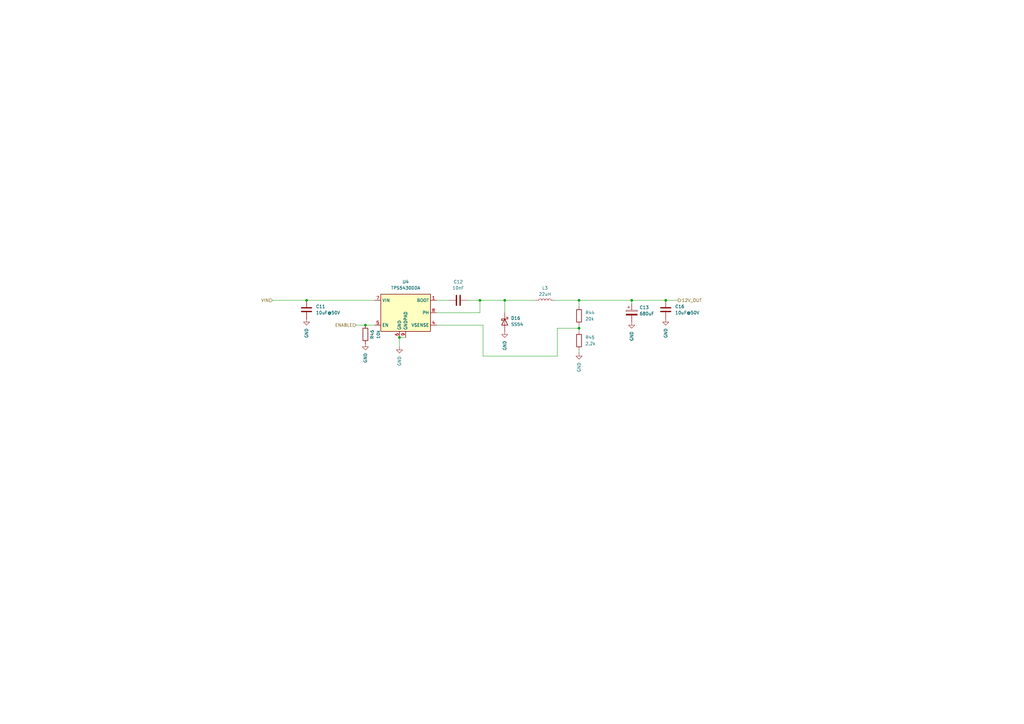
<source format=kicad_sch>
(kicad_sch (version 20250114) (generator "eeschema") (generator_version "9.0")
  (paper "A3")
  (title_block (title "OpenMower SABO Mainboard for Series I & II") (date "2025-02-26") (rev "v0.1") (company "Apeheanger <joerg@ebeling.ws> for OpenMower") (comment 1 "This design is licensed under CC BY-NC 4.0"))
  (lib_symbols
    (symbol "Device:C" (pin_numbers (hide yes)) (pin_names (offset 0.254))
      (property "Reference" "C" (at 0.635 2.54 0))
      (property "Value" "C" (at 0.635 -2.54 0))
      (symbol "C_0_1"
        (polyline (pts (xy -2.032 0.762) (xy 2.032 0.762)) (stroke (width 0.508)))
        (polyline (pts (xy -2.032 -0.762) (xy 2.032 -0.762)) (stroke (width 0.508)))
      )
      (symbol "C_1_1"
        (pin passive line (at 0 3.81 270) (length 2.794) (name "~") (number "1"))
        (pin passive line (at 0 -3.81 90) (length 2.794) (name "~") (number "2"))
      )
    )
    (symbol "Device:C_Polarized" (pin_numbers (hide yes)) (pin_names (offset 0.254))
      (property "Reference" "C" (at 0.635 2.54 0))
      (property "Value" "C_Polarized" (at 0.635 -2.54 0))
      (symbol "C_Polarized_0_1"
        (rectangle (start -2.286 0.508) (end 2.286 1.016))
        (polyline (pts (xy -1.778 2.286) (xy -0.762 2.286)))
        (polyline (pts (xy -1.27 2.794) (xy -1.27 1.778)))
        (rectangle (start 2.286 -0.508) (end -2.286 -1.016) (fill (type outline)))
      )
      (symbol "C_Polarized_1_1"
        (pin passive line (at 0 3.81 270) (length 2.794) (name "~") (number "1"))
        (pin passive line (at 0 -3.81 90) (length 2.794) (name "~") (number "2"))
      )
    )
    (symbol "Device:D_Schottky" (pin_numbers (hide yes)) (pin_names (offset 1.016) (hide yes))
      (property "Reference" "D" (at 0 2.54 0))
      (property "Value" "D_Schottky" (at 0 -2.54 0))
      (symbol "D_Schottky_0_1"
        (polyline (pts (xy -1.905 0.635) (xy -1.905 1.27) (xy -1.27 1.27) (xy -1.27 -1.27) (xy -0.635 -1.27) (xy -0.635 -0.635)) (stroke (width 0.254)))
        (polyline (pts (xy 1.27 1.27) (xy 1.27 -1.27) (xy -1.27 0) (xy 1.27 1.27)) (stroke (width 0.254)))
        (polyline (pts (xy 1.27 0) (xy -1.27 0)))
      )
      (symbol "D_Schottky_1_1"
        (pin passive line (at -3.81 0 0) (length 2.54) (name "K") (number "1"))
        (pin passive line (at 3.81 0 180) (length 2.54) (name "A") (number "2"))
      )
    )
    (symbol "Device:L" (pin_numbers (hide yes)) (pin_names (offset 1.016) (hide yes))
      (property "Reference" "L" (at -1.27 0 90))
      (property "Value" "L" (at 1.905 0 90))
      (symbol "L_0_1"
        (arc (start 0 2.54) (mid 0.6323 1.905) (end 0 1.27))
        (arc (start 0 1.27) (mid 0.6323 0.635) (end 0 0))
        (arc (start 0 0) (mid 0.6323 -0.635) (end 0 -1.27))
        (arc (start 0 -1.27) (mid 0.6323 -1.905) (end 0 -2.54))
      )
      (symbol "L_1_1"
        (pin passive line (at 0 3.81 270) (length 1.27) (name "1") (number "1"))
        (pin passive line (at 0 -3.81 90) (length 1.27) (name "2") (number "2"))
      )
    )
    (symbol "Device:R" (pin_numbers (hide yes)) (pin_names (offset 0))
      (property "Reference" "R" (at 2.032 0 90))
      (property "Value" "R" (at 0 0 90))
      (symbol "R_0_1"
        (rectangle (start -1.016 -2.54) (end 1.016 2.54) (stroke (width 0.254)))
      )
      (symbol "R_1_1"
        (pin passive line (at 0 3.81 270) (length 1.27) (name "~") (number "1"))
        (pin passive line (at 0 -3.81 90) (length 1.27) (name "~") (number "2"))
      )
    )
    (symbol "Regulator_Switching:TPS5430DDA"
      (property "Reference" "U" (at -10.16 8.89 0))
      (property "Value" "TPS5430DDA" (at -1.27 8.89 0))
      (symbol "TPS5430DDA_0_1"
        (rectangle (start -10.16 7.62) (end 10.16 -7.62) (stroke (width 0.254)) (fill (type background)))
      )
      (symbol "TPS5430DDA_1_1"
        (pin power_in line (at -12.7 5.08 0) (length 2.54) (name "VIN") (number "7"))
        (pin input line (at -12.7 -5.08 0) (length 2.54) (name "EN") (number "5"))
        (pin no_connect line (at -10.16 2.54 0) (length 2.54) (hide yes) (name "NC") (number "2"))
        (pin no_connect line (at -10.16 -2.54 0) (length 2.54) (hide yes) (name "NC") (number "3"))
        (pin power_in line (at -2.54 -10.16 90) (length 2.54) (name "GND") (number "6"))
        (pin power_in line (at 0 -10.16 90) (length 2.54) (name "GNDPAD") (number "9"))
        (pin input line (at 12.7 5.08 180) (length 2.54) (name "BOOT") (number "1"))
        (pin output line (at 12.7 0 180) (length 2.54) (name "PH") (number "8"))
        (pin input line (at 12.7 -5.08 180) (length 2.54) (name "VSENSE") (number "4"))
      )
    )
    (symbol "power:GND" (power) (pin_numbers (hide yes)) (pin_names (offset 0) (hide yes))
      (property "Value" "GND" (at 0 -3.81 0))
      (symbol "GND_0_1"
        (polyline (pts (xy 0 0) (xy 0 -1.27) (xy 1.27 -1.27) (xy 0 -2.54) (xy -1.27 -1.27) (xy 0 -1.27)))
      )
      (symbol "GND_1_1"
        (pin power_in line (at 0 0 270) (length 0) (name "~") (number "1"))
      )
    )
  )
  (junction (at 149.86 133.35))
  (junction (at 237.49 123.19))
  (junction (at 163.83 138.43))
  (junction (at 237.49 134.62))
  (junction (at 196.85 123.19))
  (junction (at 125.73 123.19))
  (junction (at 259.08 123.19))
  (junction (at 273.05 123.19))
  (junction (at 207.01 123.19))
  (wire (pts (xy 196.85 123.19) (xy 191.77 123.19)))
  (wire (pts (xy 207.01 128.27) (xy 207.01 123.19)))
  (wire (pts (xy 237.49 133.35) (xy 237.49 134.62)))
  (wire (pts (xy 259.08 124.46) (xy 259.08 123.19)))
  (wire (pts (xy 125.73 123.19) (xy 153.67 123.19)))
  (wire (pts (xy 163.83 142.24) (xy 163.83 138.43)))
  (wire (pts (xy 149.86 133.35) (xy 153.67 133.35)))
  (wire (pts (xy 207.01 123.19) (xy 219.71 123.19)))
  (wire (pts (xy 228.6 146.05) (xy 228.6 134.62)))
  (wire (pts (xy 273.05 123.19) (xy 278.13 123.19)))
  (wire (pts (xy 237.49 143.51) (xy 237.49 144.78)))
  (wire (pts (xy 259.08 123.19) (xy 273.05 123.19)))
  (wire (pts (xy 179.07 123.19) (xy 184.15 123.19)))
  (wire (pts (xy 237.49 123.19) (xy 237.49 125.73)))
  (wire (pts (xy 111.76 123.19) (xy 125.73 123.19)))
  (wire (pts (xy 237.49 134.62) (xy 237.49 135.89)))
  (wire (pts (xy 196.85 128.27) (xy 196.85 123.19)))
  (wire (pts (xy 227.33 123.19) (xy 237.49 123.19)))
  (wire (pts (xy 228.6 134.62) (xy 237.49 134.62)))
  (wire (pts (xy 198.12 133.35) (xy 198.12 146.05)))
  (wire (pts (xy 259.08 123.19) (xy 237.49 123.19)))
  (wire (pts (xy 146.05 133.35) (xy 149.86 133.35)))
  (wire (pts (xy 163.83 138.43) (xy 166.37 138.43)))
  (wire (pts (xy 207.01 123.19) (xy 196.85 123.19)))
  (wire (pts (xy 198.12 146.05) (xy 228.6 146.05)))
  (wire (pts (xy 179.07 128.27) (xy 196.85 128.27)))
  (wire (pts (xy 179.07 133.35) (xy 198.12 133.35)))
  (hierarchical_label "ENABLE" (shape input) (at 146.05 133.35 180))
  (hierarchical_label "VIN" (shape input) (at 111.76 123.19 180))
  (hierarchical_label "12V_OUT" (shape output) (at 278.13 123.19 0))
  (symbol (lib_id "Device:L") (at 223.52 123.19 90) (unit 1)
    (property "Reference" "L3" (at 223.52 118.11 90))
    (property "Value" "22uH" (at 223.52 120.65 90))
    (property "Footprint" "Inductor_SMD:L_Sunlord_MWSA1004S" (effects (hide yes)))
    (property "Description" "Inductor" (effects (hide yes)))
    (property "JLC" "C408489" (effects (hide yes)))
  )
  (symbol (lib_id "power:GND") (at 125.73 130.81 0) (mirror y) (unit 1)
    (property "Reference" "#PWR026" (effects (hide yes)))
    (property "Value" "GND" (at 125.7301 134.62 90) (effects (justify right)))
    (property "Description" "Power symbol creates a global label with name \"GND\" , ground" (effects (hide yes)))
  )
  (symbol (lib_id "Device:R") (at 149.86 137.16 0) (mirror y) (unit 1)
    (property "Reference" "R46" (at 152.654 137.16 90))
    (property "Value" "10k" (at 155.194 137.16 90))
    (property "Footprint" "Resistor_SMD:R_0402_1005Metric" (effects (hide yes)))
    (property "Description" "62.5mW Thick Film Resistors 50V ±100ppm/℃ ±1% 10kΩ 0402 Chip Resistor" (effects (hide yes)))
    (property "JLC" "C25744" (effects (hide yes)))
  )
  (symbol (lib_id "Device:R") (at 237.49 129.54 0) (unit 1)
    (property "Reference" "R44" (at 240.03 128.2699 0) (effects (justify left)))
    (property "Value" "20k" (at 240.03 130.8099 0) (effects (justify left)))
    (property "Footprint" "Resistor_SMD:R_0805_2012Metric" (effects (hide yes)))
    (property "Description" "Resistor" (effects (hide yes)))
    (property "JLC" "C4328" (effects (hide yes)))
  )
  (symbol (lib_id "power:GND") (at 273.05 130.81 0) (mirror y) (unit 1)
    (property "Reference" "#PWR0126" (effects (hide yes)))
    (property "Value" "GND" (at 273.0501 134.62 90) (effects (justify right)))
    (property "Description" "Power symbol creates a global label with name \"GND\" , ground" (effects (hide yes)))
  )
  (symbol (lib_id "power:GND") (at 207.01 135.89 0) (mirror y) (unit 1)
    (property "Reference" "#PWR027" (effects (hide yes)))
    (property "Value" "GND" (at 207.0101 139.7 90) (effects (justify right)))
    (property "Description" "Power symbol creates a global label with name \"GND\" , ground" (effects (hide yes)))
  )
  (symbol (lib_id "Regulator_Switching:TPS5430DDA") (at 166.37 128.27 0) (unit 1)
    (property "Reference" "U4" (at 166.37 115.57 0))
    (property "Value" "TPS5430DDA" (at 166.37 118.11 0))
    (property "Footprint" "Package_SO:TI_SO-PowerPAD-8_ThermalVias" (effects (hide yes)))
    (property "Datasheet" "http://www.ti.com/lit/ds/symlink/tps5430.pdf" (effects (hide yes)))
    (property "Description" "3A, Step Down Swift Converter, Adjustable Output Voltage, 5.5-36V Input Voltage, PowerSO-8" (effects (hide yes)))
    (property "JLC" "C9864" (effects (hide yes)))
  )
  (symbol (lib_id "Device:R") (at 237.49 139.7 0) (unit 1)
    (property "Reference" "R45" (at 240.03 138.4299 0) (effects (justify left)))
    (property "Value" "2.2k" (at 240.03 140.9699 0) (effects (justify left)))
    (property "Footprint" "Resistor_SMD:R_0805_2012Metric" (effects (hide yes)))
    (property "Description" "Resistor" (effects (hide yes)))
    (property "JLC" "C17520" (effects (hide yes)))
  )
  (symbol (lib_id "power:GND") (at 149.86 140.97 0) (mirror y) (unit 1)
    (property "Reference" "#PWR030" (effects (hide yes)))
    (property "Value" "GND" (at 149.8601 144.78 90) (effects (justify right)))
    (property "Description" "Power symbol creates a global label with name \"GND\" , ground" (effects (hide yes)))
  )
  (symbol (lib_id "power:GND") (at 163.83 142.24 0) (mirror y) (unit 1)
    (property "Reference" "#PWR025" (effects (hide yes)))
    (property "Value" "GND" (at 163.8301 146.05 90) (effects (justify right)))
    (property "Description" "Power symbol creates a global label with name \"GND\" , ground" (effects (hide yes)))
  )
  (symbol (lib_id "power:GND") (at 237.49 144.78 0) (mirror y) (unit 1)
    (property "Reference" "#PWR028" (effects (hide yes)))
    (property "Value" "GND" (at 237.4901 148.59 90) (effects (justify right)))
    (property "Description" "Power symbol creates a global label with name \"GND\" , ground" (effects (hide yes)))
  )
  (symbol (lib_id "Device:C") (at 125.73 127 0) (unit 1)
    (property "Reference" "C11" (at 129.54 125.7299 0) (effects (justify left)))
    (property "Value" "10uF@50V" (at 129.54 128.2699 0) (effects (justify left)))
    (property "Footprint" "Capacitor_SMD:C_1206_3216Metric" (effects (hide yes)))
    (property "Description" "Unpolarized capacitor" (effects (hide yes)))
    (property "JLC" "C13585" (effects (hide yes)))
  )
  (symbol (lib_id "Device:C") (at 273.05 127 0) (unit 1)
    (property "Reference" "C16" (at 276.86 125.7299 0) (effects (justify left)))
    (property "Value" "10uF@50V" (at 276.86 128.2699 0) (effects (justify left)))
    (property "Footprint" "Capacitor_SMD:C_1206_3216Metric" (effects (hide yes)))
    (property "Description" "Unpolarized capacitor" (effects (hide yes)))
    (property "JLC" "C13585" (effects (hide yes)))
  )
  (symbol (lib_id "Device:D_Schottky") (at 207.01 132.08 270) (unit 1)
    (property "Reference" "D16" (at 209.55 130.4924 90) (effects (justify left)))
    (property "Value" "SS54" (at 209.55 133.0324 90) (effects (justify left)))
    (property "Footprint" "Diode_SMD:D_SMA" (effects (hide yes)))
    (property "Description" "Schottky diode" (effects (hide yes)))
    (property "JLC" "C22452" (effects (hide yes)))
  )
  (symbol (lib_id "Device:C_Polarized") (at 259.08 128.27 0) (unit 1)
    (property "Reference" "C13" (at 262.255 126.1109 0) (effects (justify left)))
    (property "Value" "680uF" (at 262.255 128.6509 0) (effects (justify left)))
    (property "Footprint" "Capacitor_SMD:CP_Elec_10x12.5" (effects (hide yes)))
    (property "Description" "680uF 35V ±20% SMD,D10xL12.5mm Aluminum Electrolytic Capacitors" (effects (hide yes)))
    (property "Stock_PN" "CP-SMD-680uF-35V" (effects (hide yes)))
    (property "Digikey" "P124828TR-ND" (effects (hide yes)))
    (property "JLC" "C22387801" (effects (hide yes)))
    (property "FT Rotation Offset" "180" (effects (hide yes)))
  )
  (symbol (lib_id "Device:C") (at 187.96 123.19 90) (unit 1)
    (property "Reference" "C12" (at 187.96 115.57 90))
    (property "Value" "10nF" (at 187.96 118.11 90))
    (property "Footprint" "Capacitor_SMD:C_0805_2012Metric" (effects (hide yes)))
    (property "Description" "Unpolarized capacitor" (effects (hide yes)))
    (property "JLC" "C1710" (effects (hide yes)))
  )
  (symbol (lib_id "power:GND") (at 259.08 132.08 0) (mirror y) (unit 1)
    (property "Reference" "#PWR029" (effects (hide yes)))
    (property "Value" "GND" (at 259.0801 135.89 90) (effects (justify right)))
    (property "Description" "Power symbol creates a global label with name \"GND\" , ground" (effects (hide yes)))
  )
)
</source>
